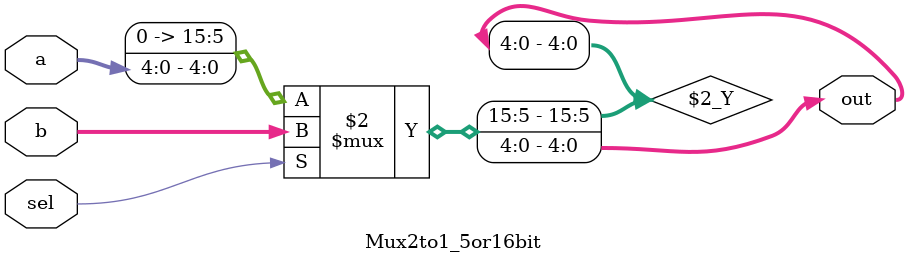
<source format=v>
module Mux2to1_5or16bit(
	input [4:0] a,
	input [15:0] b,
	output [4:0] out,
	input sel
);
	assign out = (sel) ? (b) : (a);
endmodule
</source>
